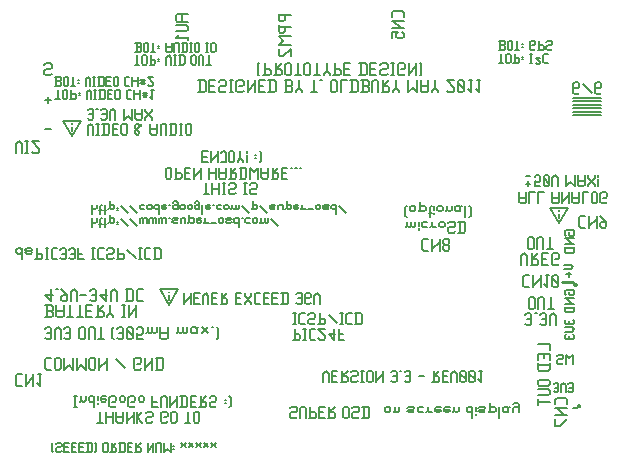
<source format=gbr>
G04 start of page 8 for group -4078 idx -4078 *
G04 Title: (unknown), bottomsilk *
G04 Creator: pcb 1.99z *
G04 CreationDate: Mon 30 May 2011 18:01:59 GMT UTC *
G04 For: thomas *
G04 Format: Gerber/RS-274X *
G04 PCB-Dimensions: 206299 151574 *
G04 PCB-Coordinate-Origin: lower left *
%MOIN*%
%FSLAX25Y25*%
%LNBOTTOMSILK*%
%ADD20C,0.0060*%
%ADD21C,0.0085*%
%ADD69C,0.0059*%
G54D20*X21000Y112774D02*X24000Y107574D01*
X27000Y112774D02*X24000Y107574D01*
Y109374D02*Y110774D01*
Y111774D02*Y111974D01*
X21000Y112774D02*X27000D01*
X53400Y56574D02*X56400Y51374D01*
Y53174D02*Y54574D01*
Y55574D02*Y55774D01*
X59400Y56574D02*X56400Y51374D01*
X53400Y56574D02*X59400D01*
X183200Y83774D02*X186200Y78574D01*
X189200Y83774D02*X186200Y78574D01*
Y80374D02*Y81774D01*
Y82774D02*Y82974D01*
X183200Y83774D02*X189200D01*
X190945Y120472D02*X200394D01*
X190945Y119291D02*X200394D01*
X190850Y118110D02*X200299D01*
X190850Y116929D02*X200299D01*
X190850Y115748D02*X200299D01*
X190850Y114567D02*X200299D01*
G54D21*X187402Y59054D02*X190748D01*
X191929Y57873D01*
X191339D01*
Y57874D01*
X191929Y58464D01*
Y57873D01*
G54D20*X190945Y17125D02*X192322D01*
X193110Y17913D01*
X192520D01*
Y17912D01*
X193110Y17322D01*
Y17519D01*
Y17322D02*Y17913D01*
G54D69*X179149Y38384D02*X183149D01*
Y36384D02*Y38384D01*
X181149Y33683D02*Y35183D01*
X183149Y33183D02*Y35183D01*
X179149D02*X183149D01*
X179149Y33183D02*Y35183D01*
Y31482D02*X183149D01*
X179149Y29982D02*X179649Y29482D01*
X182649D01*
X183149Y29982D02*X182649Y29482D01*
X183149Y29982D02*Y31982D01*
X179149Y29982D02*Y31982D01*
X179649Y26481D02*X182649D01*
X179649D02*X179149Y25981D01*
Y24981D02*Y25981D01*
Y24981D02*X179649Y24481D01*
X182649D01*
X183149Y24981D02*X182649Y24481D01*
X183149Y24981D02*Y25981D01*
X182649Y26481D02*X183149Y25981D01*
X179149Y23280D02*X182649D01*
X183149Y22780D01*
Y21780D02*Y22780D01*
Y21780D02*X182649Y21280D01*
X179149D02*X182649D01*
X179149Y18079D02*Y20079D01*
Y19079D02*X183149D01*
X184449Y22611D02*X184834Y22226D01*
X185604D01*
X185989Y22611D01*
Y24921D01*
X185604Y25306D02*X185989Y24921D01*
X184834Y25306D02*X185604D01*
X184449Y24921D02*X184834Y25306D01*
Y23766D02*X185989D01*
X186913Y22226D02*Y24536D01*
X187683Y25306D01*
X188453Y24536D01*
Y22226D02*Y24536D01*
X189378Y22611D02*X189763Y22226D01*
X190533D01*
X190918Y22611D01*
Y24921D01*
X190533Y25306D02*X190918Y24921D01*
X189763Y25306D02*X190533D01*
X189378Y24921D02*X189763Y25306D01*
Y23766D02*X190918D01*
X187170Y31674D02*X187555Y32059D01*
X186015Y31674D02*X187170D01*
X185630Y32059D02*X186015Y31674D01*
X185630Y32059D02*Y32829D01*
X186015Y33214D01*
X187170D01*
X187555Y33599D01*
Y34369D01*
X187170Y34754D02*X187555Y34369D01*
X186015Y34754D02*X187170D01*
X185630Y34369D02*X186015Y34754D01*
X188479Y31674D02*Y34754D01*
X189634Y33599D01*
X190789Y34754D01*
Y31674D02*Y34754D01*
X98440Y13694D02*X98900Y14154D01*
X97060Y13694D02*X98440D01*
X96600Y14154D02*X97060Y13694D01*
X96600Y14154D02*Y15074D01*
X97060Y15534D01*
X98440D01*
X98900Y15994D01*
Y16914D01*
X98440Y17374D02*X98900Y16914D01*
X97060Y17374D02*X98440D01*
X96600Y16914D02*X97060Y17374D01*
X100004Y13694D02*Y16914D01*
X100464Y17374D01*
X101384D01*
X101844Y16914D01*
Y13694D02*Y16914D01*
X103409Y13694D02*Y17374D01*
X102949Y13694D02*X104789D01*
X105249Y14154D01*
Y15074D01*
X104789Y15534D02*X105249Y15074D01*
X103409Y15534D02*X104789D01*
X106354D02*X107734D01*
X106354Y17374D02*X108194D01*
X106354Y13694D02*Y17374D01*
Y13694D02*X108194D01*
X109299D02*X111139D01*
X111599Y14154D01*
Y15074D01*
X111139Y15534D02*X111599Y15074D01*
X109759Y15534D02*X111139D01*
X109759Y13694D02*Y17374D01*
Y15534D02*X111599Y17374D01*
X114360Y14154D02*Y16914D01*
Y14154D02*X114820Y13694D01*
X115740D01*
X116200Y14154D01*
Y16914D01*
X115740Y17374D02*X116200Y16914D01*
X114820Y17374D02*X115740D01*
X114360Y16914D02*X114820Y17374D01*
X119145Y13694D02*X119605Y14154D01*
X117765Y13694D02*X119145D01*
X117305Y14154D02*X117765Y13694D01*
X117305Y14154D02*Y15074D01*
X117765Y15534D01*
X119145D01*
X119605Y15994D01*
Y16914D01*
X119145Y17374D02*X119605Y16914D01*
X117765Y17374D02*X119145D01*
X117305Y16914D02*X117765Y17374D01*
X121170Y13694D02*Y17374D01*
X122550Y13694D02*X123010Y14154D01*
Y16914D01*
X122550Y17374D02*X123010Y16914D01*
X120710Y17374D02*X122550D01*
X120710Y13694D02*X122550D01*
X128200Y15994D02*Y16914D01*
Y15994D02*X128660Y15534D01*
X129580D01*
X130040Y15994D01*
Y16914D01*
X129580Y17374D02*X130040Y16914D01*
X128660Y17374D02*X129580D01*
X128200Y16914D02*X128660Y17374D01*
X131604Y15994D02*Y17374D01*
Y15994D02*X132064Y15534D01*
X132524D01*
X132984Y15994D01*
Y17374D01*
X131144Y15534D02*X131604Y15994D01*
X136205Y17374D02*X137585D01*
X138045Y16914D01*
X137585Y16454D02*X138045Y16914D01*
X136205Y16454D02*X137585D01*
X135745Y15994D02*X136205Y16454D01*
X135745Y15994D02*X136205Y15534D01*
X137585D01*
X138045Y15994D01*
X135745Y16914D02*X136205Y17374D01*
X139610Y15534D02*X140990D01*
X139150Y15994D02*X139610Y15534D01*
X139150Y15994D02*Y16914D01*
X139610Y17374D01*
X140990D01*
X142555Y15994D02*Y17374D01*
Y15994D02*X143015Y15534D01*
X143935D01*
X142095D02*X142555Y15994D01*
X145500Y17374D02*X146880D01*
X145040Y16914D02*X145500Y17374D01*
X145040Y15994D02*Y16914D01*
Y15994D02*X145500Y15534D01*
X146420D01*
X146880Y15994D01*
X145040Y16454D02*X146880D01*
Y15994D02*Y16454D01*
X148445Y17374D02*X149825D01*
X147985Y16914D02*X148445Y17374D01*
X147985Y15994D02*Y16914D01*
Y15994D02*X148445Y15534D01*
X149365D01*
X149825Y15994D01*
X147985Y16454D02*X149825D01*
Y15994D02*Y16454D01*
X151390Y15994D02*Y17374D01*
Y15994D02*X151850Y15534D01*
X152310D01*
X152770Y15994D01*
Y17374D01*
X150930Y15534D02*X151390Y15994D01*
X157371Y13694D02*Y17374D01*
X156911D02*X157371Y16914D01*
X155991Y17374D02*X156911D01*
X155531Y16914D02*X155991Y17374D01*
X155531Y15994D02*Y16914D01*
Y15994D02*X155991Y15534D01*
X156911D01*
X157371Y15994D01*
X158476Y14614D02*Y15074D01*
Y15994D02*Y17374D01*
X159857D02*X161237D01*
X161697Y16914D01*
X161237Y16454D02*X161697Y16914D01*
X159857Y16454D02*X161237D01*
X159397Y15994D02*X159857Y16454D01*
X159397Y15994D02*X159857Y15534D01*
X161237D01*
X161697Y15994D01*
X159397Y16914D02*X159857Y17374D01*
X163262Y15994D02*Y18754D01*
X162802Y15534D02*X163262Y15994D01*
X163722Y15534D01*
X164642D01*
X165102Y15994D01*
Y16914D01*
X164642Y17374D02*X165102Y16914D01*
X163722Y17374D02*X164642D01*
X163262Y16914D02*X163722Y17374D01*
X166207Y13694D02*Y16914D01*
X166667Y17374D01*
X168967Y15534D02*X169427Y15994D01*
X168047Y15534D02*X168967D01*
X167587Y15994D02*X168047Y15534D01*
X167587Y15994D02*Y16914D01*
X168047Y17374D01*
X169427Y15534D02*Y16914D01*
X169887Y17374D01*
X168047D02*X168967D01*
X169427Y16914D01*
X170992Y15534D02*Y16914D01*
X171452Y17374D01*
X172832Y15534D02*Y18294D01*
X172372Y18754D02*X172832Y18294D01*
X171452Y18754D02*X172372D01*
X170992Y18294D02*X171452Y18754D01*
Y17374D02*X172372D01*
X172832Y16914D01*
X107600Y25694D02*Y28454D01*
X108520Y29374D01*
X109440Y28454D01*
Y25694D02*Y28454D01*
X110544Y27534D02*X111924D01*
X110544Y29374D02*X112384D01*
X110544Y25694D02*Y29374D01*
Y25694D02*X112384D01*
X113489D02*X115329D01*
X115789Y26154D01*
Y27074D01*
X115329Y27534D02*X115789Y27074D01*
X113949Y27534D02*X115329D01*
X113949Y25694D02*Y29374D01*
Y27534D02*X115789Y29374D01*
X118734Y25694D02*X119194Y26154D01*
X117354Y25694D02*X118734D01*
X116894Y26154D02*X117354Y25694D01*
X116894Y26154D02*Y27074D01*
X117354Y27534D01*
X118734D01*
X119194Y27994D01*
Y28914D01*
X118734Y29374D02*X119194Y28914D01*
X117354Y29374D02*X118734D01*
X116894Y28914D02*X117354Y29374D01*
X120299Y25694D02*X121219D01*
X120759D02*Y29374D01*
X120299D02*X121219D01*
X122324Y26154D02*Y28914D01*
Y26154D02*X122784Y25694D01*
X123704D01*
X124164Y26154D01*
Y28914D01*
X123704Y29374D02*X124164Y28914D01*
X122784Y29374D02*X123704D01*
X122324Y28914D02*X122784Y29374D01*
X125269Y25694D02*Y29374D01*
Y25694D02*Y26154D01*
X127569Y28454D01*
Y25694D02*Y29374D01*
X130330Y26154D02*X130790Y25694D01*
X131710D01*
X132170Y26154D01*
Y28914D01*
X131710Y29374D02*X132170Y28914D01*
X130790Y29374D02*X131710D01*
X130330Y28914D02*X130790Y29374D01*
Y27534D02*X132170D01*
X133275Y29374D02*X133735D01*
X134840Y26154D02*X135300Y25694D01*
X136220D01*
X136680Y26154D01*
Y28914D01*
X136220Y29374D02*X136680Y28914D01*
X135300Y29374D02*X136220D01*
X134840Y28914D02*X135300Y29374D01*
Y27534D02*X136680D01*
X139441D02*X141281D01*
X144042Y25694D02*X145882D01*
X146342Y26154D01*
Y27074D01*
X145882Y27534D02*X146342Y27074D01*
X144502Y27534D02*X145882D01*
X144502Y25694D02*Y29374D01*
Y27534D02*X146342Y29374D01*
X147447Y27534D02*X148827D01*
X147447Y29374D02*X149287D01*
X147447Y25694D02*Y29374D01*
Y25694D02*X149287D01*
X150391D02*Y28454D01*
X151311Y29374D01*
X152231Y28454D01*
Y25694D02*Y28454D01*
X153336Y28914D02*X153796Y29374D01*
X153336Y26154D02*Y28914D01*
Y26154D02*X153796Y25694D01*
X154716D01*
X155176Y26154D01*
Y28914D01*
X154716Y29374D02*X155176Y28914D01*
X153796Y29374D02*X154716D01*
X153336Y28454D02*X155176Y26614D01*
X156281Y28914D02*X156741Y29374D01*
X156281Y26154D02*Y28914D01*
Y26154D02*X156741Y25694D01*
X157661D01*
X158121Y26154D01*
Y28914D01*
X157661Y29374D02*X158121Y28914D01*
X156741Y29374D02*X157661D01*
X156281Y28454D02*X158121Y26614D01*
X159686Y29374D02*X160606D01*
X160146Y25694D02*Y29374D01*
X159226Y26614D02*X160146Y25694D01*
X188171Y54956D02*X188556Y54571D01*
X188171Y54956D02*Y56111D01*
X188556Y56496D02*X188171Y56111D01*
X188556Y56496D02*X190866D01*
X191251Y56111D01*
Y54956D02*Y56111D01*
Y54956D02*X190866Y54571D01*
X190096D02*X190866D01*
X189711Y54956D02*X190096Y54571D01*
X189711Y54956D02*Y55726D01*
X188171Y53647D02*X191251D01*
X188171D02*X188556D01*
X190481Y51722D01*
X188171D02*X191251D01*
X188171Y50412D02*X191251D01*
X188171Y49257D02*X188556Y48872D01*
X190866D01*
X191251Y49257D02*X190866Y48872D01*
X191251Y49257D02*Y50797D01*
X188171Y49257D02*Y50797D01*
X188554Y46456D02*X188169Y46071D01*
Y45301D02*Y46071D01*
Y45301D02*X188554Y44916D01*
X190864D01*
X191249Y45301D02*X190864Y44916D01*
X191249Y45301D02*Y46071D01*
X190864Y46456D02*X191249Y46071D01*
X189709Y44916D02*Y46071D01*
X188169Y43992D02*X190479D01*
X191249Y43222D01*
X190479Y42452D01*
X188169D02*X190479D01*
X188554Y41527D02*X188169Y41142D01*
Y40372D02*Y41142D01*
Y40372D02*X188554Y39987D01*
X190864D01*
X191249Y40372D02*X190864Y39987D01*
X191249Y40372D02*Y41142D01*
X190864Y41527D02*X191249Y41142D01*
X189709Y39987D02*Y41142D01*
X175085Y45031D02*X175585Y44531D01*
X176585D01*
X177085Y45031D01*
Y48031D01*
X176585Y48531D02*X177085Y48031D01*
X175585Y48531D02*X176585D01*
X175085Y48031D02*X175585Y48531D01*
Y46531D02*X177085D01*
X178286Y48531D02*X178786D01*
X179987Y45031D02*X180487Y44531D01*
X181487D01*
X181987Y45031D01*
Y48031D01*
X181487Y48531D02*X181987Y48031D01*
X180487Y48531D02*X181487D01*
X179987Y48031D02*X180487Y48531D01*
Y46531D02*X181987D01*
X183188Y44531D02*Y47531D01*
X184188Y48531D01*
X185188Y47531D01*
Y44531D02*Y47531D01*
X176209Y50494D02*Y53494D01*
Y50494D02*X176709Y49994D01*
X177709D01*
X178209Y50494D01*
Y53494D01*
X177709Y53994D02*X178209Y53494D01*
X176709Y53994D02*X177709D01*
X176209Y53494D02*X176709Y53994D01*
X179410Y49994D02*Y53494D01*
X179910Y53994D01*
X180910D01*
X181410Y53494D01*
Y49994D02*Y53494D01*
X182611Y49994D02*X184611D01*
X183611D02*Y53994D01*
X98146Y39810D02*Y43490D01*
X97686Y39810D02*X99526D01*
X99986Y40270D01*
Y41190D01*
X99526Y41650D02*X99986Y41190D01*
X98146Y41650D02*X99526D01*
X101090Y39810D02*X102010D01*
X101550D02*Y43490D01*
X101090D02*X102010D01*
X103575D02*X104955D01*
X103115Y43030D02*X103575Y43490D01*
X103115Y40270D02*Y43030D01*
Y40270D02*X103575Y39810D01*
X104955D01*
X106060Y40270D02*X106520Y39810D01*
X107900D01*
X108360Y40270D01*
Y41190D01*
X106060Y43490D02*X108360Y41190D01*
X106060Y43490D02*X108360D01*
X109465Y41650D02*X111305Y39810D01*
X109465Y41650D02*X111765D01*
X111305Y39810D02*Y43490D01*
X112870Y39810D02*Y43490D01*
Y39810D02*X114710D01*
X112870Y41650D02*X114250D01*
X97688Y44928D02*X98608D01*
X98148D02*Y48608D01*
X97688D02*X98608D01*
X100172D02*X101552D01*
X99712Y48148D02*X100172Y48608D01*
X99712Y45388D02*Y48148D01*
Y45388D02*X100172Y44928D01*
X101552D01*
X104497D02*X104957Y45388D01*
X103117Y44928D02*X104497D01*
X102657Y45388D02*X103117Y44928D01*
X102657Y45388D02*Y46308D01*
X103117Y46768D01*
X104497D01*
X104957Y47228D01*
Y48148D01*
X104497Y48608D02*X104957Y48148D01*
X103117Y48608D02*X104497D01*
X102657Y48148D02*X103117Y48608D01*
X106522Y44928D02*Y48608D01*
X106062Y44928D02*X107902D01*
X108362Y45388D01*
Y46308D01*
X107902Y46768D02*X108362Y46308D01*
X106522Y46768D02*X107902D01*
X109467Y48148D02*X112227Y45388D01*
X113332Y44928D02*X114252D01*
X113792D02*Y48608D01*
X113332D02*X114252D01*
X115817D02*X117197D01*
X115357Y48148D02*X115817Y48608D01*
X115357Y45388D02*Y48148D01*
Y45388D02*X115817Y44928D01*
X117197D01*
X118762D02*Y48608D01*
X120142Y44928D02*X120602Y45388D01*
Y48148D01*
X120142Y48608D02*X120602Y48148D01*
X118302Y48608D02*X120142D01*
X118302Y44928D02*X120142D01*
X14961Y110086D02*X16961D01*
X14961Y119731D02*X16961D01*
X15961Y118731D02*Y120731D01*
X16764Y127967D02*X17264Y128467D01*
X15264Y127967D02*X16764D01*
X14764Y128467D02*X15264Y127967D01*
X14764Y128467D02*Y129467D01*
X15264Y129967D01*
X16764D01*
X17264Y130467D01*
Y131467D01*
X16764Y131967D02*X17264Y131467D01*
X15264Y131967D02*X16764D01*
X14764Y131467D02*X15264Y131967D01*
X29103Y108118D02*Y110878D01*
X30023Y111798D01*
X30943Y110878D01*
Y108118D02*Y110878D01*
X32047Y108118D02*X32967D01*
X32507D02*Y111798D01*
X32047D02*X32967D01*
X34532Y108118D02*Y111798D01*
X35912Y108118D02*X36372Y108578D01*
Y111338D01*
X35912Y111798D02*X36372Y111338D01*
X34072Y111798D02*X35912D01*
X34072Y108118D02*X35912D01*
X37477Y109958D02*X38857D01*
X37477Y111798D02*X39317D01*
X37477Y108118D02*Y111798D01*
Y108118D02*X39317D01*
X40422Y108578D02*Y111338D01*
Y108578D02*X40882Y108118D01*
X41802D01*
X42262Y108578D01*
Y111338D01*
X41802Y111798D02*X42262Y111338D01*
X40882Y111798D02*X41802D01*
X40422Y111338D02*X40882Y111798D01*
X45023Y111338D02*X45483Y111798D01*
X45023Y108578D02*Y109498D01*
Y108578D02*X45483Y108118D01*
X45023Y110418D02*X46403Y109038D01*
X45483Y111798D02*X45943D01*
X46863Y110878D01*
X45023Y109498D02*X47323Y111798D01*
X45483Y108118D02*X45943D01*
X46403Y108578D01*
Y109038D01*
X45023Y110418D02*Y111338D01*
X50084Y108578D02*Y111798D01*
Y108578D02*X50544Y108118D01*
X51924D01*
X52384Y108578D01*
Y111798D01*
X50084Y109958D02*X52384D01*
X53489Y108118D02*Y111338D01*
X53949Y111798D01*
X54869D01*
X55329Y111338D01*
Y108118D02*Y111338D01*
X56894Y108118D02*Y111798D01*
X58274Y108118D02*X58734Y108578D01*
Y111338D01*
X58274Y111798D02*X58734Y111338D01*
X56434Y111798D02*X58274D01*
X56434Y108118D02*X58274D01*
X59839D02*X60759D01*
X60299D02*Y111798D01*
X59839D02*X60759D01*
X61864Y108578D02*Y111338D01*
Y108578D02*X62324Y108118D01*
X63244D01*
X63704Y108578D01*
Y111338D01*
X63244Y111798D02*X63704Y111338D01*
X62324Y111798D02*X63244D01*
X61864Y111338D02*X62324Y111798D01*
X44882Y131478D02*X46422D01*
X45652D02*Y134558D01*
X47346Y131863D02*Y134173D01*
Y131863D02*X47731Y131478D01*
X48501D01*
X48886Y131863D01*
Y134173D01*
X48501Y134558D02*X48886Y134173D01*
X47731Y134558D02*X48501D01*
X47346Y134173D02*X47731Y134558D01*
X50196Y131478D02*Y134558D01*
X49811Y131478D02*X51351D01*
X51736Y131863D01*
Y132633D01*
X51351Y133018D02*X51736Y132633D01*
X50196Y133018D02*X51351D01*
X52661Y132633D02*X53046D01*
X52661Y133403D02*X53046D01*
X55357Y131478D02*Y133788D01*
X56127Y134558D01*
X56897Y133788D01*
Y131478D02*Y133788D01*
X57821Y131478D02*X58591D01*
X58206D02*Y134558D01*
X57821D02*X58591D01*
X59901Y131478D02*Y134558D01*
X61056Y131478D02*X61441Y131863D01*
Y134173D01*
X61056Y134558D02*X61441Y134173D01*
X59516Y134558D02*X61056D01*
X59516Y131478D02*X61056D01*
X63752Y131863D02*Y134173D01*
Y131863D02*X64137Y131478D01*
X64907D01*
X65292Y131863D01*
Y134173D01*
X64907Y134558D02*X65292Y134173D01*
X64137Y134558D02*X64907D01*
X63752Y134173D02*X64137Y134558D01*
X66217Y131478D02*Y134173D01*
X66602Y134558D01*
X67372D01*
X67757Y134173D01*
Y131478D02*Y134173D01*
X68681Y131478D02*X70221D01*
X69451D02*Y134558D01*
X45077Y138788D02*X46577D01*
X46952Y138413D01*
Y137663D02*Y138413D01*
X46577Y137288D02*X46952Y137663D01*
X45452Y137288D02*X46577D01*
X45452Y135788D02*Y138788D01*
X45077Y135788D02*X46577D01*
X46952Y136163D01*
Y136913D01*
X46577Y137288D02*X46952Y136913D01*
X47852Y136163D02*Y138413D01*
Y136163D02*X48227Y135788D01*
X48977D01*
X49352Y136163D01*
Y138413D01*
X48977Y138788D02*X49352Y138413D01*
X48227Y138788D02*X48977D01*
X47852Y138413D02*X48227Y138788D01*
X50253Y135788D02*X51753D01*
X51003D02*Y138788D01*
X52654Y136913D02*X53029D01*
X52654Y137663D02*X53029D01*
X55280Y136163D02*Y138788D01*
Y136163D02*X55655Y135788D01*
X56780D01*
X57155Y136163D01*
Y138788D01*
X55280Y137288D02*X57155D01*
X58055Y135788D02*Y138413D01*
X58430Y138788D01*
X59180D01*
X59555Y138413D01*
Y135788D02*Y138413D01*
X60831Y135788D02*Y138788D01*
X61956Y135788D02*X62331Y136163D01*
Y138413D01*
X61956Y138788D02*X62331Y138413D01*
X60456Y138788D02*X61956D01*
X60456Y135788D02*X61956D01*
X63232D02*X63982D01*
X63607D02*Y138788D01*
X63232D02*X63982D01*
X64883Y136163D02*Y138413D01*
Y136163D02*X65258Y135788D01*
X66008D01*
X66383Y136163D01*
Y138413D01*
X66008Y138788D02*X66383Y138413D01*
X65258Y138788D02*X66008D01*
X64883Y138413D02*X65258Y138788D01*
X68633Y135788D02*X69383D01*
X69008D02*Y138788D01*
X68633D02*X69383D01*
X70284Y136163D02*Y138413D01*
Y136163D02*X70659Y135788D01*
X71409D01*
X71784Y136163D01*
Y138413D01*
X71409Y138788D02*X71784Y138413D01*
X70659Y138788D02*X71409D01*
X70284Y138413D02*X70659Y138788D01*
X29103Y113578D02*X29563Y113118D01*
X30483D01*
X30943Y113578D01*
Y116338D01*
X30483Y116798D02*X30943Y116338D01*
X29563Y116798D02*X30483D01*
X29103Y116338D02*X29563Y116798D01*
Y114958D02*X30943D01*
X32047Y116798D02*X32507D01*
X33612Y113578D02*X34072Y113118D01*
X34992D01*
X35452Y113578D01*
Y116338D01*
X34992Y116798D02*X35452Y116338D01*
X34072Y116798D02*X34992D01*
X33612Y116338D02*X34072Y116798D01*
Y114958D02*X35452D01*
X36557Y113118D02*Y115878D01*
X37477Y116798D01*
X38397Y115878D01*
Y113118D02*Y115878D01*
X41158Y113118D02*Y116798D01*
Y113118D02*X42538Y114498D01*
X43918Y113118D01*
Y116798D01*
X45023Y113578D02*Y116798D01*
Y113578D02*X45483Y113118D01*
X46863D01*
X47323Y113578D01*
Y116798D01*
X45023Y114958D02*X47323D01*
X48428Y113118D02*Y113578D01*
X50728Y115878D01*
Y116798D01*
X48428Y115878D02*Y116798D01*
Y115878D02*X50728Y113578D01*
Y113118D02*Y113578D01*
X18378Y120069D02*X19918D01*
X19148D02*Y123149D01*
X20842Y120454D02*Y122764D01*
Y120454D02*X21227Y120069D01*
X21997D01*
X22382Y120454D01*
Y122764D01*
X21997Y123149D02*X22382Y122764D01*
X21227Y123149D02*X21997D01*
X20842Y122764D02*X21227Y123149D01*
X23692Y120069D02*Y123149D01*
X23307Y120069D02*X24847D01*
X25232Y120454D01*
Y121224D01*
X24847Y121609D02*X25232Y121224D01*
X23692Y121609D02*X24847D01*
X26157Y121224D02*X26542D01*
X26157Y121994D02*X26542D01*
X28853Y120069D02*Y122379D01*
X29623Y123149D01*
X30393Y122379D01*
Y120069D02*Y122379D01*
X31317Y120069D02*X32087D01*
X31702D02*Y123149D01*
X31317D02*X32087D01*
X33397Y120069D02*Y123149D01*
X34552Y120069D02*X34937Y120454D01*
Y122764D01*
X34552Y123149D02*X34937Y122764D01*
X33012Y123149D02*X34552D01*
X33012Y120069D02*X34552D01*
X35862Y121609D02*X37017D01*
X35862Y123149D02*X37402D01*
X35862Y120069D02*Y123149D01*
Y120069D02*X37402D01*
X38327Y120454D02*Y122764D01*
Y120454D02*X38712Y120069D01*
X39482D01*
X39867Y120454D01*
Y122764D01*
X39482Y123149D02*X39867Y122764D01*
X38712Y123149D02*X39482D01*
X38327Y122764D02*X38712Y123149D01*
X42562D02*X43717D01*
X42177Y122764D02*X42562Y123149D01*
X42177Y120454D02*Y122764D01*
Y120454D02*X42562Y120069D01*
X43717D01*
X44642D02*Y123149D01*
X46567Y120069D02*Y123149D01*
X44642Y121609D02*X46567D01*
X47492Y121994D02*X49032D01*
X47492Y121224D02*X49032D01*
X48647Y120839D02*Y122379D01*
X47877Y120839D02*Y122379D01*
X50342Y123149D02*X51112D01*
X50727Y120069D02*Y123149D01*
X49957Y120839D02*X50727Y120069D01*
X18376Y127379D02*X19876D01*
X20251Y127004D01*
Y126254D02*Y127004D01*
X19876Y125879D02*X20251Y126254D01*
X18751Y125879D02*X19876D01*
X18751Y124379D02*Y127379D01*
X18376Y124379D02*X19876D01*
X20251Y124754D01*
Y125504D01*
X19876Y125879D02*X20251Y125504D01*
X21151Y124754D02*Y127004D01*
Y124754D02*X21526Y124379D01*
X22276D01*
X22651Y124754D01*
Y127004D01*
X22276Y127379D02*X22651Y127004D01*
X21526Y127379D02*X22276D01*
X21151Y127004D02*X21526Y127379D01*
X23552Y124379D02*X25052D01*
X24302D02*Y127379D01*
X25953Y125504D02*X26328D01*
X25953Y126254D02*X26328D01*
X28579Y124379D02*Y126629D01*
X29329Y127379D01*
X30079Y126629D01*
Y124379D02*Y126629D01*
X30979Y124379D02*X31729D01*
X31354D02*Y127379D01*
X30979D02*X31729D01*
X33005Y124379D02*Y127379D01*
X34130Y124379D02*X34505Y124754D01*
Y127004D01*
X34130Y127379D02*X34505Y127004D01*
X32630Y127379D02*X34130D01*
X32630Y124379D02*X34130D01*
X35406Y125879D02*X36531D01*
X35406Y127379D02*X36906D01*
X35406Y124379D02*Y127379D01*
Y124379D02*X36906D01*
X37807Y124754D02*Y127004D01*
Y124754D02*X38182Y124379D01*
X38932D01*
X39307Y124754D01*
Y127004D01*
X38932Y127379D02*X39307Y127004D01*
X38182Y127379D02*X38932D01*
X37807Y127004D02*X38182Y127379D01*
X41932D02*X43057D01*
X41557Y127004D02*X41932Y127379D01*
X41557Y124754D02*Y127004D01*
Y124754D02*X41932Y124379D01*
X43057D01*
X43958D02*Y127379D01*
X45833Y124379D02*Y127379D01*
X43958Y125879D02*X45833D01*
X46734Y126254D02*X48234D01*
X46734Y125504D02*X48234D01*
X47859Y125129D02*Y126629D01*
X47109Y125129D02*Y126629D01*
X49135Y124754D02*X49510Y124379D01*
X50635D01*
X51010Y124754D01*
Y125504D01*
X49135Y127379D02*X51010Y125504D01*
X49135Y127379D02*X51010D01*
X66444Y122260D02*Y126260D01*
X67944Y122260D02*X68444Y122760D01*
Y125760D01*
X67944Y126260D02*X68444Y125760D01*
X65944Y126260D02*X67944D01*
X65944Y122260D02*X67944D01*
X69645Y124260D02*X71145D01*
X69645Y126260D02*X71645D01*
X69645Y122260D02*Y126260D01*
Y122260D02*X71645D01*
X74846D02*X75346Y122760D01*
X73346Y122260D02*X74846D01*
X72846Y122760D02*X73346Y122260D01*
X72846Y122760D02*Y123760D01*
X73346Y124260D01*
X74846D01*
X75346Y124760D01*
Y125760D01*
X74846Y126260D02*X75346Y125760D01*
X73346Y126260D02*X74846D01*
X72846Y125760D02*X73346Y126260D01*
X76547Y122260D02*X77547D01*
X77047D02*Y126260D01*
X76547D02*X77547D01*
X80748Y122260D02*X81248Y122760D01*
X79248Y122260D02*X80748D01*
X78748Y122760D02*X79248Y122260D01*
X78748Y122760D02*Y125760D01*
X79248Y126260D01*
X80748D01*
X81248Y125760D01*
Y124760D02*Y125760D01*
X80748Y124260D02*X81248Y124760D01*
X79748Y124260D02*X80748D01*
X82449Y122260D02*Y126260D01*
Y122260D02*Y122760D01*
X84949Y125260D01*
Y122260D02*Y126260D01*
X86150Y124260D02*X87650D01*
X86150Y126260D02*X88150D01*
X86150Y122260D02*Y126260D01*
Y122260D02*X88150D01*
X89851D02*Y126260D01*
X91351Y122260D02*X91851Y122760D01*
Y125760D01*
X91351Y126260D02*X91851Y125760D01*
X89351Y126260D02*X91351D01*
X89351Y122260D02*X91351D01*
X94852Y126260D02*X96852D01*
X97352Y125760D01*
Y124760D02*Y125760D01*
X96852Y124260D02*X97352Y124760D01*
X95352Y124260D02*X96852D01*
X95352Y122260D02*Y126260D01*
X94852Y122260D02*X96852D01*
X97352Y122760D01*
Y123760D01*
X96852Y124260D02*X97352Y123760D01*
X98553Y122260D02*Y122760D01*
X99553Y123760D01*
X100553Y122760D01*
Y122260D02*Y122760D01*
X99553Y123760D02*Y126260D01*
X103554Y122260D02*X105554D01*
X104554D02*Y126260D01*
X106755D02*X107255D01*
X110256Y122760D02*Y125760D01*
Y122760D02*X110756Y122260D01*
X111756D01*
X112256Y122760D01*
Y125760D01*
X111756Y126260D02*X112256Y125760D01*
X110756Y126260D02*X111756D01*
X110256Y125760D02*X110756Y126260D01*
X113457Y122260D02*Y126260D01*
X115457D01*
X117158Y122260D02*Y126260D01*
X118658Y122260D02*X119158Y122760D01*
Y125760D01*
X118658Y126260D02*X119158Y125760D01*
X116658Y126260D02*X118658D01*
X116658Y122260D02*X118658D01*
X120359Y126260D02*X122359D01*
X122859Y125760D01*
Y124760D02*Y125760D01*
X122359Y124260D02*X122859Y124760D01*
X120859Y124260D02*X122359D01*
X120859Y122260D02*Y126260D01*
X120359Y122260D02*X122359D01*
X122859Y122760D01*
Y123760D01*
X122359Y124260D02*X122859Y123760D01*
X124060Y122260D02*Y125760D01*
X124560Y126260D01*
X125560D01*
X126060Y125760D01*
Y122260D02*Y125760D01*
X127261Y122260D02*X129261D01*
X129761Y122760D01*
Y123760D01*
X129261Y124260D02*X129761Y123760D01*
X127761Y124260D02*X129261D01*
X127761Y122260D02*Y126260D01*
Y124260D02*X129761Y126260D01*
X130962Y122260D02*Y122760D01*
X131962Y123760D01*
X132962Y122760D01*
Y122260D02*Y122760D01*
X131962Y123760D02*Y126260D01*
X135963Y122260D02*Y126260D01*
Y122260D02*X137463Y123760D01*
X138963Y122260D01*
Y126260D01*
X140164Y122760D02*Y126260D01*
Y122760D02*X140664Y122260D01*
X142164D01*
X142664Y122760D01*
Y126260D01*
X140164Y124260D02*X142664D01*
X143865Y122260D02*Y122760D01*
X144865Y123760D01*
X145865Y122760D01*
Y122260D02*Y122760D01*
X144865Y123760D02*Y126260D01*
X148866Y122760D02*X149366Y122260D01*
X150866D01*
X151366Y122760D01*
Y123760D01*
X148866Y126260D02*X151366Y123760D01*
X148866Y126260D02*X151366D01*
X152567Y125760D02*X153067Y126260D01*
X152567Y122760D02*Y125760D01*
Y122760D02*X153067Y122260D01*
X154067D01*
X154567Y122760D01*
Y125760D01*
X154067Y126260D02*X154567Y125760D01*
X153067Y126260D02*X154067D01*
X152567Y125260D02*X154567Y123260D01*
X156268Y126260D02*X157268D01*
X156768Y122260D02*Y126260D01*
X155768Y123260D02*X156768Y122260D01*
X158969Y126260D02*X159969D01*
X159469Y122260D02*Y126260D01*
X158469Y123260D02*X159469Y122260D01*
X85903Y127983D02*X86403D01*
X85903D02*Y131983D01*
X86403D01*
X88104Y127983D02*Y131983D01*
X87604Y127983D02*X89604D01*
X90104Y128483D01*
Y129483D01*
X89604Y129983D02*X90104Y129483D01*
X88104Y129983D02*X89604D01*
X91305Y127983D02*X93305D01*
X93805Y128483D01*
Y129483D01*
X93305Y129983D02*X93805Y129483D01*
X91805Y129983D02*X93305D01*
X91805Y127983D02*Y131983D01*
Y129983D02*X93805Y131983D01*
X95006Y128483D02*Y131483D01*
Y128483D02*X95506Y127983D01*
X96506D01*
X97006Y128483D01*
Y131483D01*
X96506Y131983D02*X97006Y131483D01*
X95506Y131983D02*X96506D01*
X95006Y131483D02*X95506Y131983D01*
X98207Y127983D02*X100207D01*
X99207D02*Y131983D01*
X101408Y128483D02*Y131483D01*
Y128483D02*X101908Y127983D01*
X102908D01*
X103408Y128483D01*
Y131483D01*
X102908Y131983D02*X103408Y131483D01*
X101908Y131983D02*X102908D01*
X101408Y131483D02*X101908Y131983D01*
X104609Y127983D02*X106609D01*
X105609D02*Y131983D01*
X107810Y127983D02*Y128483D01*
X108810Y129483D01*
X109810Y128483D01*
Y127983D02*Y128483D01*
X108810Y129483D02*Y131983D01*
X111511Y127983D02*Y131983D01*
X111011Y127983D02*X113011D01*
X113511Y128483D01*
Y129483D01*
X113011Y129983D02*X113511Y129483D01*
X111511Y129983D02*X113011D01*
X114712D02*X116212D01*
X114712Y131983D02*X116712D01*
X114712Y127983D02*Y131983D01*
Y127983D02*X116712D01*
X120213D02*Y131983D01*
X121713Y127983D02*X122213Y128483D01*
Y131483D01*
X121713Y131983D02*X122213Y131483D01*
X119713Y131983D02*X121713D01*
X119713Y127983D02*X121713D01*
X123414Y129983D02*X124914D01*
X123414Y131983D02*X125414D01*
X123414Y127983D02*Y131983D01*
Y127983D02*X125414D01*
X128615D02*X129115Y128483D01*
X127115Y127983D02*X128615D01*
X126615Y128483D02*X127115Y127983D01*
X126615Y128483D02*Y129483D01*
X127115Y129983D01*
X128615D01*
X129115Y130483D01*
Y131483D01*
X128615Y131983D02*X129115Y131483D01*
X127115Y131983D02*X128615D01*
X126615Y131483D02*X127115Y131983D01*
X130316Y127983D02*X131316D01*
X130816D02*Y131983D01*
X130316D02*X131316D01*
X134517Y127983D02*X135017Y128483D01*
X133017Y127983D02*X134517D01*
X132517Y128483D02*X133017Y127983D01*
X132517Y128483D02*Y131483D01*
X133017Y131983D01*
X134517D01*
X135017Y131483D01*
Y130483D02*Y131483D01*
X134517Y129983D02*X135017Y130483D01*
X133517Y129983D02*X134517D01*
X136218Y127983D02*Y131983D01*
Y127983D02*Y128483D01*
X138718Y130983D01*
Y127983D02*Y131983D01*
X139919Y127983D02*X140419D01*
Y131983D01*
X139919D02*X140419D01*
X135000Y83914D02*X135460Y84374D01*
X135000Y81154D02*X135460Y80694D01*
X135000Y81154D02*Y83914D01*
X136564Y82994D02*Y83914D01*
Y82994D02*X137024Y82534D01*
X137944D01*
X138404Y82994D01*
Y83914D01*
X137944Y84374D02*X138404Y83914D01*
X137024Y84374D02*X137944D01*
X136564Y83914D02*X137024Y84374D01*
X139969Y82994D02*Y85754D01*
X139509Y82534D02*X139969Y82994D01*
X140429Y82534D01*
X141349D01*
X141809Y82994D01*
Y83914D01*
X141349Y84374D02*X141809Y83914D01*
X140429Y84374D02*X141349D01*
X139969Y83914D02*X140429Y84374D01*
X143374Y80694D02*Y83914D01*
X143834Y84374D01*
X142914Y82074D02*X143834D01*
X144755Y81614D02*Y82074D01*
Y82994D02*Y84374D01*
X145676Y82994D02*Y83914D01*
Y82994D02*X146136Y82534D01*
X147056D01*
X147516Y82994D01*
Y83914D01*
X147056Y84374D02*X147516Y83914D01*
X146136Y84374D02*X147056D01*
X145676Y83914D02*X146136Y84374D01*
X149081Y82994D02*Y84374D01*
Y82994D02*X149541Y82534D01*
X150001D01*
X150461Y82994D01*
Y84374D01*
X148621Y82534D02*X149081Y82994D01*
X152946Y82534D02*X153406Y82994D01*
X152026Y82534D02*X152946D01*
X151566Y82994D02*X152026Y82534D01*
X151566Y82994D02*Y83914D01*
X152026Y84374D01*
X153406Y82534D02*Y83914D01*
X153866Y84374D01*
X152026D02*X152946D01*
X153406Y83914D01*
X154971Y80694D02*Y83914D01*
X155431Y84374D01*
X156352Y80694D02*X156812Y81154D01*
Y83914D01*
X156352Y84374D02*X156812Y83914D01*
X173000Y85754D02*Y88974D01*
Y85754D02*X173460Y85294D01*
X174840D01*
X175300Y85754D01*
Y88974D01*
X173000Y87134D02*X175300D01*
X176404Y85294D02*Y88974D01*
X178244D01*
X179349Y85294D02*Y88974D01*
X181189D01*
X183950Y85754D02*Y88974D01*
Y85754D02*X184410Y85294D01*
X185790D01*
X186250Y85754D01*
Y88974D01*
X183950Y87134D02*X186250D01*
X187355Y85294D02*Y88974D01*
Y85294D02*Y85754D01*
X189655Y88054D01*
Y85294D02*Y88974D01*
X190760Y85754D02*Y88974D01*
Y85754D02*X191220Y85294D01*
X192600D01*
X193060Y85754D01*
Y88974D01*
X190760Y87134D02*X193060D01*
X194165Y85294D02*Y88974D01*
X196005D01*
X197110Y85754D02*Y88514D01*
Y85754D02*X197570Y85294D01*
X198490D01*
X198950Y85754D01*
Y88514D01*
X198490Y88974D02*X198950Y88514D01*
X197570Y88974D02*X198490D01*
X197110Y88514D02*X197570Y88974D01*
X201895Y85294D02*X202355Y85754D01*
X200515Y85294D02*X201895D01*
X200055Y85754D02*X200515Y85294D01*
X200055Y85754D02*Y88514D01*
X200515Y88974D01*
X201895D01*
X202355Y88514D01*
Y87594D02*Y88514D01*
X201895Y87134D02*X202355Y87594D01*
X200975Y87134D02*X201895D01*
X178200Y90894D02*X180040D01*
X178200D02*Y92734D01*
X178660Y92274D01*
X179580D01*
X180040Y92734D01*
Y94114D01*
X179580Y94574D02*X180040Y94114D01*
X178660Y94574D02*X179580D01*
X178200Y94114D02*X178660Y94574D01*
X181144Y94114D02*X181604Y94574D01*
X181144Y91354D02*Y94114D01*
Y91354D02*X181604Y90894D01*
X182524D01*
X182984Y91354D01*
Y94114D01*
X182524Y94574D02*X182984Y94114D01*
X181604Y94574D02*X182524D01*
X181144Y93654D02*X182984Y91814D01*
X184089Y90894D02*Y93654D01*
X185009Y94574D01*
X185929Y93654D01*
Y90894D02*Y93654D01*
X188690Y90894D02*Y94574D01*
Y90894D02*X190070Y92274D01*
X191450Y90894D01*
Y94574D01*
X192555Y91354D02*Y94574D01*
Y91354D02*X193015Y90894D01*
X194395D01*
X194855Y91354D01*
Y94574D01*
X192555Y92734D02*X194855D01*
X195960Y90894D02*Y91354D01*
X198260Y93654D01*
Y94574D01*
X195960Y93654D02*Y94574D01*
Y93654D02*X198260Y91354D01*
Y90894D02*Y91354D01*
X199365Y94114D02*Y94574D01*
Y90894D02*Y93194D01*
X175200Y94244D02*X176580D01*
X175200Y91844D02*X176580D01*
X175890Y91154D02*Y92534D01*
X192500Y121574D02*X193000Y122074D01*
X191500Y121574D02*X192500D01*
X191000Y122074D02*X191500Y121574D01*
X191000Y122074D02*Y125074D01*
X191500Y125574D01*
X192500Y123574D02*X193000Y124074D01*
X191000Y123574D02*X192500D01*
X191500Y125574D02*X192500D01*
X193000Y125074D01*
Y124074D02*Y125074D01*
X194201D02*X197201Y122074D01*
X199902Y121574D02*X200402Y122074D01*
X198902Y121574D02*X199902D01*
X198402Y122074D02*X198902Y121574D01*
X198402Y122074D02*Y125074D01*
X198902Y125574D01*
X199902Y123574D02*X200402Y124074D01*
X198402Y123574D02*X199902D01*
X198902Y125574D02*X199902D01*
X200402Y125074D01*
Y124074D02*Y125074D01*
X188171Y74838D02*X188556Y74453D01*
X188171Y74838D02*Y75993D01*
X188556Y76378D02*X188171Y75993D01*
X188556Y76378D02*X190866D01*
X191251Y75993D01*
Y74838D02*Y75993D01*
Y74838D02*X190866Y74453D01*
X190096D02*X190866D01*
X189711Y74838D02*X190096Y74453D01*
X189711Y74838D02*Y75608D01*
X188171Y73529D02*X191251D01*
X188171D02*X188556D01*
X190481Y71604D01*
X188171D02*X191251D01*
X188171Y70294D02*X191251D01*
X188171Y69139D02*X188556Y68754D01*
X190866D01*
X191251Y69139D02*X190866Y68754D01*
X191251Y69139D02*Y70679D01*
X188171Y69139D02*Y70679D01*
X187973Y64763D02*X190283D01*
X191053Y63993D01*
X190283Y63223D01*
X187973D02*X190283D01*
X189513Y60759D02*Y62299D01*
X188743Y61529D02*X190283D01*
X173691Y64655D02*Y67655D01*
X174691Y68655D01*
X175691Y67655D01*
Y64655D02*Y67655D01*
X176892Y64655D02*X178892D01*
X179392Y65155D01*
Y66155D01*
X178892Y66655D02*X179392Y66155D01*
X177392Y66655D02*X178892D01*
X177392Y64655D02*Y68655D01*
Y66655D02*X179392Y68655D01*
X180593Y66655D02*X182093D01*
X180593Y68655D02*X182593D01*
X180593Y64655D02*Y68655D01*
Y64655D02*X182593D01*
X185794D02*X186294Y65155D01*
X184294Y64655D02*X185794D01*
X183794Y65155D02*X184294Y64655D01*
X183794Y65155D02*Y68155D01*
X184294Y68655D01*
X185794D01*
X186294Y68155D01*
Y67155D02*Y68155D01*
X185794Y66655D02*X186294Y67155D01*
X184794Y66655D02*X185794D01*
X175798Y70421D02*Y73421D01*
Y70421D02*X176298Y69921D01*
X177298D01*
X177798Y70421D01*
Y73421D01*
X177298Y73921D02*X177798Y73421D01*
X176298Y73921D02*X177298D01*
X175798Y73421D02*X176298Y73921D01*
X178999Y69921D02*Y73421D01*
X179499Y73921D01*
X180499D01*
X180999Y73421D01*
Y69921D02*Y73421D01*
X182200Y69921D02*X184200D01*
X183200D02*Y73921D01*
X166142Y132069D02*X167682D01*
X166912D02*Y135149D01*
X168606Y132454D02*Y134764D01*
Y132454D02*X168991Y132069D01*
X169761D01*
X170146Y132454D01*
Y134764D01*
X169761Y135149D02*X170146Y134764D01*
X168991Y135149D02*X169761D01*
X168606Y134764D02*X168991Y135149D01*
X171456Y132069D02*Y135149D01*
X171071Y132069D02*X172611D01*
X172996Y132454D01*
Y133224D01*
X172611Y133609D02*X172996Y133224D01*
X171456Y133609D02*X172611D01*
X173921Y133224D02*X174306D01*
X173921Y133994D02*X174306D01*
X176617Y132069D02*X177387D01*
X177002D02*Y135149D01*
X176617D02*X177387D01*
X181468D02*X182623D01*
X181083Y134764D02*X181468Y135149D01*
X181083Y132454D02*Y134764D01*
Y132454D02*X181468Y132069D01*
X182623D01*
X178543Y131912D02*X178813Y131642D01*
X179623D01*
X179893Y131912D01*
Y132452D01*
X178543Y133802D02*X179893Y132452D01*
X178543Y133802D02*X179893D01*
X166337Y139379D02*X167837D01*
X168212Y139004D01*
Y138254D02*Y139004D01*
X167837Y137879D02*X168212Y138254D01*
X166712Y137879D02*X167837D01*
X166712Y136379D02*Y139379D01*
X166337Y136379D02*X167837D01*
X168212Y136754D01*
Y137504D01*
X167837Y137879D02*X168212Y137504D01*
X169112Y136754D02*Y139004D01*
Y136754D02*X169487Y136379D01*
X170237D01*
X170612Y136754D01*
Y139004D01*
X170237Y139379D02*X170612Y139004D01*
X169487Y139379D02*X170237D01*
X169112Y139004D02*X169487Y139379D01*
X171513Y136379D02*X173013D01*
X172263D02*Y139379D01*
X173914Y137504D02*X174289D01*
X173914Y138254D02*X174289D01*
X178040Y136379D02*X178415Y136754D01*
X176915Y136379D02*X178040D01*
X176540Y136754D02*X176915Y136379D01*
X176540Y136754D02*Y139004D01*
X176915Y139379D01*
X178040D01*
X178415Y139004D01*
Y138254D02*Y139004D01*
X178040Y137879D02*X178415Y138254D01*
X177290Y137879D02*X178040D01*
X179690Y136379D02*Y139379D01*
X179315Y136379D02*X180815D01*
X181190Y136754D01*
Y137504D01*
X180815Y137879D02*X181190Y137504D01*
X179690Y137879D02*X180815D01*
X183591Y136379D02*X183966Y136754D01*
X182466Y136379D02*X183591D01*
X182091Y136754D02*X182466Y136379D01*
X182091Y136754D02*Y137504D01*
X182466Y137879D01*
X183591D01*
X183966Y138254D01*
Y139004D01*
X183591Y139379D02*X183966Y139004D01*
X182466Y139379D02*X183591D01*
X182091Y139004D02*X182466Y139379D01*
X135660Y77794D02*Y79174D01*
Y77794D02*X136120Y77334D01*
X136580D01*
X137040Y77794D01*
Y79174D01*
Y77794D02*X137500Y77334D01*
X137960D01*
X138420Y77794D01*
Y79174D01*
X135200Y77334D02*X135660Y77794D01*
X139524Y76414D02*Y76874D01*
Y77794D02*Y79174D01*
X140905Y77334D02*X142285D01*
X140445Y77794D02*X140905Y77334D01*
X140445Y77794D02*Y78714D01*
X140905Y79174D01*
X142285D01*
X143850Y77794D02*Y79174D01*
Y77794D02*X144310Y77334D01*
X145230D01*
X143390D02*X143850Y77794D01*
X146335D02*Y78714D01*
Y77794D02*X146795Y77334D01*
X147715D01*
X148175Y77794D01*
Y78714D01*
X147715Y79174D02*X148175Y78714D01*
X146795Y79174D02*X147715D01*
X146335Y78714D02*X146795Y79174D01*
X151120Y75494D02*X151580Y75954D01*
X149740Y75494D02*X151120D01*
X149280Y75954D02*X149740Y75494D01*
X149280Y75954D02*Y76874D01*
X149740Y77334D01*
X151120D01*
X151580Y77794D01*
Y78714D01*
X151120Y79174D02*X151580Y78714D01*
X149740Y79174D02*X151120D01*
X149280Y78714D02*X149740Y79174D01*
X153145Y75494D02*Y79174D01*
X154525Y75494D02*X154985Y75954D01*
Y78714D01*
X154525Y79174D02*X154985Y78714D01*
X152685Y79174D02*X154525D01*
X152685Y75494D02*X154525D01*
X55200Y93954D02*Y96714D01*
Y93954D02*X55660Y93494D01*
X56580D01*
X57040Y93954D01*
Y96714D01*
X56580Y97174D02*X57040Y96714D01*
X55660Y97174D02*X56580D01*
X55200Y96714D02*X55660Y97174D01*
X58604Y93494D02*Y97174D01*
X58144Y93494D02*X59984D01*
X60444Y93954D01*
Y94874D01*
X59984Y95334D02*X60444Y94874D01*
X58604Y95334D02*X59984D01*
X61549D02*X62929D01*
X61549Y97174D02*X63389D01*
X61549Y93494D02*Y97174D01*
Y93494D02*X63389D01*
X64494D02*Y97174D01*
Y93494D02*Y93954D01*
X66794Y96254D01*
Y93494D02*Y97174D01*
X69555Y93494D02*Y97174D01*
X71855Y93494D02*Y97174D01*
X69555Y95334D02*X71855D01*
X72960Y93954D02*Y97174D01*
Y93954D02*X73420Y93494D01*
X74800D01*
X75260Y93954D01*
Y97174D01*
X72960Y95334D02*X75260D01*
X76365Y93494D02*X78205D01*
X78665Y93954D01*
Y94874D01*
X78205Y95334D02*X78665Y94874D01*
X76825Y95334D02*X78205D01*
X76825Y93494D02*Y97174D01*
Y95334D02*X78665Y97174D01*
X80230Y93494D02*Y97174D01*
X81610Y93494D02*X82070Y93954D01*
Y96714D01*
X81610Y97174D02*X82070Y96714D01*
X79770Y97174D02*X81610D01*
X79770Y93494D02*X81610D01*
X83175D02*Y97174D01*
X84555Y95794D01*
X85935Y97174D01*
Y93494D02*Y97174D01*
X87040Y93954D02*Y97174D01*
Y93954D02*X87500Y93494D01*
X88880D01*
X89340Y93954D01*
Y97174D01*
X87040Y95334D02*X89340D01*
X90445Y93494D02*X92285D01*
X92745Y93954D01*
Y94874D01*
X92285Y95334D02*X92745Y94874D01*
X90905Y95334D02*X92285D01*
X90905Y93494D02*Y97174D01*
Y95334D02*X92745Y97174D01*
X93850Y95334D02*X95230D01*
X93850Y97174D02*X95690D01*
X93850Y93494D02*Y97174D01*
Y93494D02*X95690D01*
X96795Y97174D02*X97255D01*
X98359D02*X98819D01*
X99924D02*X100384D01*
X67400Y100734D02*X68780D01*
X67400Y102574D02*X69240D01*
X67400Y98894D02*Y102574D01*
Y98894D02*X69240D01*
X70344D02*Y102574D01*
Y98894D02*Y99354D01*
X72644Y101654D01*
Y98894D02*Y102574D01*
X73749Y98894D02*X75129D01*
Y102114D01*
X74669Y102574D02*X75129Y102114D01*
X74209Y102574D02*X74669D01*
X73749Y102114D02*X74209Y102574D01*
X76234Y99354D02*Y102114D01*
Y99354D02*X76694Y98894D01*
X77614D01*
X78074Y99354D01*
Y102114D01*
X77614Y102574D02*X78074Y102114D01*
X76694Y102574D02*X77614D01*
X76234Y102114D02*X76694Y102574D01*
X79179Y98894D02*Y99354D01*
X80099Y100274D01*
X81019Y99354D01*
Y98894D02*Y99354D01*
X80099Y100274D02*Y102574D01*
X82124Y102114D02*Y102574D01*
Y98894D02*Y101194D01*
X84885Y100274D02*X85345D01*
X84885Y101194D02*X85345D01*
X86450Y98894D02*X86910Y99354D01*
Y102114D01*
X86450Y102574D02*X86910Y102114D01*
X67800Y88294D02*X69640D01*
X68720D02*Y91974D01*
X70744Y88294D02*Y91974D01*
X73044Y88294D02*Y91974D01*
X70744Y90134D02*X73044D01*
X74149Y88294D02*X75069D01*
X74609D02*Y91974D01*
X74149D02*X75069D01*
X78014Y88294D02*X78474Y88754D01*
X76634Y88294D02*X78014D01*
X76174Y88754D02*X76634Y88294D01*
X76174Y88754D02*Y89674D01*
X76634Y90134D01*
X78014D01*
X78474Y90594D01*
Y91514D01*
X78014Y91974D02*X78474Y91514D01*
X76634Y91974D02*X78014D01*
X76174Y91514D02*X76634Y91974D01*
X81235Y88294D02*X82155D01*
X81695D02*Y91974D01*
X81235D02*X82155D01*
X85100Y88294D02*X85560Y88754D01*
X83720Y88294D02*X85100D01*
X83260Y88754D02*X83720Y88294D01*
X83260Y88754D02*Y89674D01*
X83720Y90134D01*
X85100D01*
X85560Y90594D01*
Y91514D01*
X85100Y91974D02*X85560Y91514D01*
X83720Y91974D02*X85100D01*
X83260Y91514D02*X83720Y91974D01*
X17200Y5039D02*X17585Y5424D01*
X17200Y2729D02*X17585Y2344D01*
X17200Y2729D02*Y5039D01*
X20049Y2344D02*X20434Y2729D01*
X18894Y2344D02*X20049D01*
X18509Y2729D02*X18894Y2344D01*
X18509Y2729D02*Y3499D01*
X18894Y3884D01*
X20049D01*
X20434Y4269D01*
Y5039D01*
X20049Y5424D02*X20434Y5039D01*
X18894Y5424D02*X20049D01*
X18509Y5039D02*X18894Y5424D01*
X21359Y3884D02*X22514D01*
X21359Y5424D02*X22899D01*
X21359Y2344D02*Y5424D01*
Y2344D02*X22899D01*
X23824Y3884D02*X24979D01*
X23824Y5424D02*X25364D01*
X23824Y2344D02*Y5424D01*
Y2344D02*X25364D01*
X26289Y3884D02*X27444D01*
X26289Y5424D02*X27829D01*
X26289Y2344D02*Y5424D01*
Y2344D02*X27829D01*
X29138D02*Y5424D01*
X30293Y2344D02*X30678Y2729D01*
Y5039D01*
X30293Y5424D02*X30678Y5039D01*
X28753Y5424D02*X30293D01*
X28753Y2344D02*X30293D01*
X31603D02*X31988Y2729D01*
Y5039D01*
X31603Y5424D02*X31988Y5039D01*
X34299Y2729D02*Y5039D01*
Y2729D02*X34684Y2344D01*
X35454D01*
X35839Y2729D01*
Y5039D01*
X35454Y5424D02*X35839Y5039D01*
X34684Y5424D02*X35454D01*
X34299Y5039D02*X34684Y5424D01*
X36764Y2344D02*X38304D01*
X38689Y2729D01*
Y3499D01*
X38304Y3884D02*X38689Y3499D01*
X37149Y3884D02*X38304D01*
X37149Y2344D02*Y5424D01*
Y3884D02*X38689Y5424D01*
X39998Y2344D02*Y5424D01*
X41153Y2344D02*X41538Y2729D01*
Y5039D01*
X41153Y5424D02*X41538Y5039D01*
X39613Y5424D02*X41153D01*
X39613Y2344D02*X41153D01*
X42463Y3884D02*X43618D01*
X42463Y5424D02*X44003D01*
X42463Y2344D02*Y5424D01*
Y2344D02*X44003D01*
X44928D02*X46468D01*
X46853Y2729D01*
Y3499D01*
X46468Y3884D02*X46853Y3499D01*
X45313Y3884D02*X46468D01*
X45313Y2344D02*Y5424D01*
Y3884D02*X46853Y5424D01*
X49164Y2344D02*Y5424D01*
Y2344D02*Y2729D01*
X51089Y4654D01*
Y2344D02*Y5424D01*
X52014Y2344D02*Y5039D01*
X52399Y5424D01*
X53169D01*
X53554Y5039D01*
Y2344D02*Y5039D01*
X54478Y2344D02*Y5424D01*
Y2344D02*X55633Y3499D01*
X56788Y2344D01*
Y5424D01*
X57713Y3499D02*X58098D01*
X57713Y4269D02*X58098D01*
X60409Y3884D02*X61949Y5424D01*
X60409D02*X61949Y3884D01*
X62874D02*X64414Y5424D01*
X62874D02*X64414Y3884D01*
X65338D02*X66878Y5424D01*
X65338D02*X66878Y3884D01*
X67803D02*X69343Y5424D01*
X67803D02*X69343Y3884D01*
X70268D02*X71808Y5424D01*
X70268D02*X71808Y3884D01*
X32400Y12094D02*X34240D01*
X33320D02*Y15774D01*
X35344Y12094D02*Y15774D01*
X37644Y12094D02*Y15774D01*
X35344Y13934D02*X37644D01*
X38749Y12554D02*Y15774D01*
Y12554D02*X39209Y12094D01*
X40589D01*
X41049Y12554D01*
Y15774D01*
X38749Y13934D02*X41049D01*
X42154Y12094D02*Y15774D01*
Y12094D02*Y12554D01*
X44454Y14854D01*
Y12094D02*Y15774D01*
X45559Y12094D02*Y15774D01*
Y13934D02*X47399Y12094D01*
X45559Y13934D02*X47399Y15774D01*
X50344Y12094D02*X50804Y12554D01*
X48964Y12094D02*X50344D01*
X48504Y12554D02*X48964Y12094D01*
X48504Y12554D02*Y13474D01*
X48964Y13934D01*
X50344D01*
X50804Y14394D01*
Y15314D01*
X50344Y15774D02*X50804Y15314D01*
X48964Y15774D02*X50344D01*
X48504Y15314D02*X48964Y15774D01*
X55405Y12094D02*X55865Y12554D01*
X54025Y12094D02*X55405D01*
X53565Y12554D02*X54025Y12094D01*
X53565Y12554D02*Y15314D01*
X54025Y15774D01*
X55405D01*
X55865Y15314D01*
Y14394D02*Y15314D01*
X55405Y13934D02*X55865Y14394D01*
X54485Y13934D02*X55405D01*
X56970Y12554D02*Y15314D01*
Y12554D02*X57430Y12094D01*
X58350D01*
X58810Y12554D01*
Y15314D01*
X58350Y15774D02*X58810Y15314D01*
X57430Y15774D02*X58350D01*
X56970Y15314D02*X57430Y15774D01*
X61571Y12094D02*X63411D01*
X62491D02*Y15774D01*
X64516Y12554D02*Y15314D01*
Y12554D02*X64976Y12094D01*
X65896D01*
X66356Y12554D01*
Y15314D01*
X65896Y15774D02*X66356Y15314D01*
X64976Y15774D02*X65896D01*
X64516Y15314D02*X64976Y15774D01*
X24600Y17294D02*X25520D01*
X25060D02*Y20974D01*
X24600D02*X25520D01*
X27084Y19594D02*Y20974D01*
Y19594D02*X27544Y19134D01*
X28004D01*
X28464Y19594D01*
Y20974D01*
X26624Y19134D02*X27084Y19594D01*
X31409Y17294D02*Y20974D01*
X30949D02*X31409Y20514D01*
X30029Y20974D02*X30949D01*
X29569Y20514D02*X30029Y20974D01*
X29569Y19594D02*Y20514D01*
Y19594D02*X30029Y19134D01*
X30949D01*
X31409Y19594D01*
X32514Y18214D02*Y18674D01*
Y19594D02*Y20974D01*
X33895D02*X35275D01*
X33435Y20514D02*X33895Y20974D01*
X33435Y19594D02*Y20514D01*
Y19594D02*X33895Y19134D01*
X34815D01*
X35275Y19594D01*
X33435Y20054D02*X35275D01*
Y19594D02*Y20054D01*
X38220Y17294D02*X38680Y17754D01*
X36840Y17294D02*X38220D01*
X36380Y17754D02*X36840Y17294D01*
X36380Y17754D02*Y20514D01*
X36840Y20974D01*
X38220D01*
X38680Y20514D01*
Y19594D02*Y20514D01*
X38220Y19134D02*X38680Y19594D01*
X37300Y19134D02*X38220D01*
X39785Y19594D02*Y20514D01*
Y19594D02*X40245Y19134D01*
X41165D01*
X41625Y19594D01*
Y20514D01*
X41165Y20974D02*X41625Y20514D01*
X40245Y20974D02*X41165D01*
X39785Y20514D02*X40245Y20974D01*
X44570Y17294D02*X45030Y17754D01*
X43190Y17294D02*X44570D01*
X42730Y17754D02*X43190Y17294D01*
X42730Y17754D02*Y20514D01*
X43190Y20974D01*
X44570D01*
X45030Y20514D01*
Y19594D02*Y20514D01*
X44570Y19134D02*X45030Y19594D01*
X43650Y19134D02*X44570D01*
X46135Y19594D02*Y20514D01*
Y19594D02*X46595Y19134D01*
X47515D01*
X47975Y19594D01*
Y20514D01*
X47515Y20974D02*X47975Y20514D01*
X46595Y20974D02*X47515D01*
X46135Y20514D02*X46595Y20974D01*
X50736Y17294D02*Y20974D01*
Y17294D02*X52576D01*
X50736Y19134D02*X52116D01*
X53681Y17294D02*Y20514D01*
X54141Y20974D01*
X55061D01*
X55521Y20514D01*
Y17294D02*Y20514D01*
X56626Y17294D02*Y20974D01*
Y17294D02*Y17754D01*
X58926Y20054D01*
Y17294D02*Y20974D01*
X60491Y17294D02*Y20974D01*
X61871Y17294D02*X62331Y17754D01*
Y20514D01*
X61871Y20974D02*X62331Y20514D01*
X60031Y20974D02*X61871D01*
X60031Y17294D02*X61871D01*
X63435Y19134D02*X64815D01*
X63435Y20974D02*X65275D01*
X63435Y17294D02*Y20974D01*
Y17294D02*X65275D01*
X66380D02*X68220D01*
X68680Y17754D01*
Y18674D01*
X68220Y19134D02*X68680Y18674D01*
X66840Y19134D02*X68220D01*
X66840Y17294D02*Y20974D01*
Y19134D02*X68680Y20974D01*
X71625Y17294D02*X72085Y17754D01*
X70245Y17294D02*X71625D01*
X69785Y17754D02*X70245Y17294D01*
X69785Y17754D02*Y18674D01*
X70245Y19134D01*
X71625D01*
X72085Y19594D01*
Y20514D01*
X71625Y20974D02*X72085Y20514D01*
X70245Y20974D02*X71625D01*
X69785Y20514D02*X70245Y20974D01*
X74846Y18674D02*X75306D01*
X74846Y19594D02*X75306D01*
X76411Y17294D02*X76871Y17754D01*
Y20514D01*
X76411Y20974D02*X76871Y20514D01*
X37341Y43492D02*X37841Y43992D01*
X37341Y40492D02*X37841Y39992D01*
X37341Y40492D02*Y43492D01*
X39042Y40492D02*X39542Y39992D01*
X40542D01*
X41042Y40492D01*
Y43492D01*
X40542Y43992D02*X41042Y43492D01*
X39542Y43992D02*X40542D01*
X39042Y43492D02*X39542Y43992D01*
Y41992D02*X41042D01*
X42243Y43492D02*X42743Y43992D01*
X42243Y40492D02*Y43492D01*
Y40492D02*X42743Y39992D01*
X43743D01*
X44243Y40492D01*
Y43492D01*
X43743Y43992D02*X44243Y43492D01*
X42743Y43992D02*X43743D01*
X42243Y42992D02*X44243Y40992D01*
X45444Y39992D02*X47444D01*
X45444D02*Y41992D01*
X45944Y41492D01*
X46944D01*
X47444Y41992D01*
Y43492D01*
X46944Y43992D02*X47444Y43492D01*
X45944Y43992D02*X46944D01*
X45444Y43492D02*X45944Y43992D01*
X49145Y42492D02*Y43992D01*
Y42492D02*X49645Y41992D01*
X50145D01*
X50645Y42492D01*
Y43992D01*
Y42492D02*X51145Y41992D01*
X51645D01*
X52145Y42492D01*
Y43992D01*
X48645Y41992D02*X49145Y42492D01*
X53346Y40492D02*Y43992D01*
Y40492D02*X53846Y39992D01*
X55346D01*
X55846Y40492D01*
Y43992D01*
X53346Y41992D02*X55846D01*
X59347Y42492D02*Y43992D01*
Y42492D02*X59847Y41992D01*
X60347D01*
X60847Y42492D01*
Y43992D01*
Y42492D02*X61347Y41992D01*
X61847D01*
X62347Y42492D01*
Y43992D01*
X58847Y41992D02*X59347Y42492D01*
X65048Y41992D02*X65548Y42492D01*
X64048Y41992D02*X65048D01*
X63548Y42492D02*X64048Y41992D01*
X63548Y42492D02*Y43492D01*
X64048Y43992D01*
X65548Y41992D02*Y43492D01*
X66048Y43992D01*
X64048D02*X65048D01*
X65548Y43492D01*
X67249Y41992D02*X69249Y43992D01*
X67249D02*X69249Y41992D01*
X70450Y43992D02*X70950D01*
X72151Y39992D02*X72651Y40492D01*
Y43492D01*
X72151Y43992D02*X72651Y43492D01*
X7205Y66582D02*Y70262D01*
X6745D02*X7205Y69802D01*
X5825Y70262D02*X6745D01*
X5365Y69802D02*X5825Y70262D01*
X5365Y68882D02*Y69802D01*
Y68882D02*X5825Y68422D01*
X6745D01*
X7205Y68882D01*
X8769Y70262D02*X10149D01*
X10609Y69802D01*
X10149Y69342D02*X10609Y69802D01*
X8769Y69342D02*X10149D01*
X8309Y68882D02*X8769Y69342D01*
X8309Y68882D02*X8769Y68422D01*
X10149D01*
X10609Y68882D01*
X8309Y69802D02*X8769Y70262D01*
X12174Y66582D02*Y70262D01*
X11714Y66582D02*X13554D01*
X14014Y67042D01*
Y67962D01*
X13554Y68422D02*X14014Y67962D01*
X12174Y68422D02*X13554D01*
X15119Y66582D02*X16039D01*
X15579D02*Y70262D01*
X15119D02*X16039D01*
X17604D02*X18984D01*
X17144Y69802D02*X17604Y70262D01*
X17144Y67042D02*Y69802D01*
Y67042D02*X17604Y66582D01*
X18984D01*
X20089Y67042D02*X20549Y66582D01*
X21469D01*
X21929Y67042D01*
Y69802D01*
X21469Y70262D02*X21929Y69802D01*
X20549Y70262D02*X21469D01*
X20089Y69802D02*X20549Y70262D01*
Y68422D02*X21929D01*
X23034Y67042D02*X23494Y66582D01*
X24414D01*
X24874Y67042D01*
Y69802D01*
X24414Y70262D02*X24874Y69802D01*
X23494Y70262D02*X24414D01*
X23034Y69802D02*X23494Y70262D01*
Y68422D02*X24874D01*
X25979Y66582D02*Y70262D01*
Y66582D02*X27819D01*
X25979Y68422D02*X27359D01*
X30580Y66582D02*X31500D01*
X31040D02*Y70262D01*
X30580D02*X31500D01*
X33065D02*X34445D01*
X32605Y69802D02*X33065Y70262D01*
X32605Y67042D02*Y69802D01*
Y67042D02*X33065Y66582D01*
X34445D01*
X37390D02*X37850Y67042D01*
X36010Y66582D02*X37390D01*
X35550Y67042D02*X36010Y66582D01*
X35550Y67042D02*Y67962D01*
X36010Y68422D01*
X37390D01*
X37850Y68882D01*
Y69802D01*
X37390Y70262D02*X37850Y69802D01*
X36010Y70262D02*X37390D01*
X35550Y69802D02*X36010Y70262D01*
X39415Y66582D02*Y70262D01*
X38955Y66582D02*X40795D01*
X41255Y67042D01*
Y67962D01*
X40795Y68422D02*X41255Y67962D01*
X39415Y68422D02*X40795D01*
X42360Y69802D02*X45120Y67042D01*
X46224Y66582D02*X47144D01*
X46684D02*Y70262D01*
X46224D02*X47144D01*
X48709D02*X50089D01*
X48249Y69802D02*X48709Y70262D01*
X48249Y67042D02*Y69802D01*
Y67042D02*X48709Y66582D01*
X50089D01*
X51654D02*Y70262D01*
X53034Y66582D02*X53494Y67042D01*
Y69802D01*
X53034Y70262D02*X53494Y69802D01*
X51194Y70262D02*X53034D01*
X51194Y66582D02*X53034D01*
X14960Y40475D02*X15460Y39975D01*
X16460D01*
X16960Y40475D01*
Y43475D01*
X16460Y43975D02*X16960Y43475D01*
X15460Y43975D02*X16460D01*
X14960Y43475D02*X15460Y43975D01*
Y41975D02*X16960D01*
X18161Y39975D02*Y42975D01*
X19161Y43975D01*
X20161Y42975D01*
Y39975D02*Y42975D01*
X21362Y40475D02*X21862Y39975D01*
X22862D01*
X23362Y40475D01*
Y43475D01*
X22862Y43975D02*X23362Y43475D01*
X21862Y43975D02*X22862D01*
X21362Y43475D02*X21862Y43975D01*
Y41975D02*X23362D01*
X26363Y40475D02*Y43475D01*
Y40475D02*X26863Y39975D01*
X27863D01*
X28363Y40475D01*
Y43475D01*
X27863Y43975D02*X28363Y43475D01*
X26863Y43975D02*X27863D01*
X26363Y43475D02*X26863Y43975D01*
X29564Y39975D02*Y43475D01*
X30064Y43975D01*
X31064D01*
X31564Y43475D01*
Y39975D02*Y43475D01*
X32765Y39975D02*X34765D01*
X33765D02*Y43975D01*
X14961Y51259D02*X16961D01*
X17461Y50759D01*
Y49759D02*Y50759D01*
X16961Y49259D02*X17461Y49759D01*
X15461Y49259D02*X16961D01*
X15461Y47259D02*Y51259D01*
X14961Y47259D02*X16961D01*
X17461Y47759D01*
Y48759D01*
X16961Y49259D02*X17461Y48759D01*
X18662Y47759D02*Y51259D01*
Y47759D02*X19162Y47259D01*
X20662D01*
X21162Y47759D01*
Y51259D01*
X18662Y49259D02*X21162D01*
X22363Y47259D02*X24363D01*
X23363D02*Y51259D01*
X25564Y47259D02*X27564D01*
X26564D02*Y51259D01*
X28765Y49259D02*X30265D01*
X28765Y51259D02*X30765D01*
X28765Y47259D02*Y51259D01*
Y47259D02*X30765D01*
X31966D02*X33966D01*
X34466Y47759D01*
Y48759D01*
X33966Y49259D02*X34466Y48759D01*
X32466Y49259D02*X33966D01*
X32466Y47259D02*Y51259D01*
Y49259D02*X34466Y51259D01*
X35667Y47259D02*Y47759D01*
X36667Y48759D01*
X37667Y47759D01*
Y47259D02*Y47759D01*
X36667Y48759D02*Y51259D01*
X40668Y47259D02*X41668D01*
X41168D02*Y51259D01*
X40668D02*X41668D01*
X42869Y47259D02*Y51259D01*
Y47259D02*Y47759D01*
X45369Y50259D01*
Y47259D02*Y51259D01*
X14961Y54574D02*X16961Y52574D01*
X14961Y54574D02*X17461D01*
X16961Y52574D02*Y56574D01*
X18662D02*X19162D01*
X20363D02*X22363Y54574D01*
Y53074D02*Y54574D01*
X21863Y52574D02*X22363Y53074D01*
X20863Y52574D02*X21863D01*
X20363Y53074D02*X20863Y52574D01*
X20363Y53074D02*Y54074D01*
X20863Y54574D01*
X22363D01*
X23564Y52574D02*Y55574D01*
X24564Y56574D01*
X25564Y55574D01*
Y52574D02*Y55574D01*
X26765Y54574D02*X28765D01*
X29966Y53074D02*X30466Y52574D01*
X31466D01*
X31966Y53074D01*
Y56074D01*
X31466Y56574D02*X31966Y56074D01*
X30466Y56574D02*X31466D01*
X29966Y56074D02*X30466Y56574D01*
Y54574D02*X31966D01*
X33167D02*X35167Y52574D01*
X33167Y54574D02*X35667D01*
X35167Y52574D02*Y56574D01*
X36868Y52574D02*Y55574D01*
X37868Y56574D01*
X38868Y55574D01*
Y52574D02*Y55574D01*
X42369Y52574D02*Y56574D01*
X43869Y52574D02*X44369Y53074D01*
Y56074D01*
X43869Y56574D02*X44369Y56074D01*
X41869Y56574D02*X43869D01*
X41869Y52574D02*X43869D01*
X46070Y56574D02*X47570D01*
X45570Y56074D02*X46070Y56574D01*
X45570Y53074D02*Y56074D01*
Y53074D02*X46070Y52574D01*
X47570D01*
X15460Y33739D02*X16960D01*
X14960Y33239D02*X15460Y33739D01*
X14960Y30239D02*Y33239D01*
Y30239D02*X15460Y29739D01*
X16960D01*
X18161Y30239D02*Y33239D01*
Y30239D02*X18661Y29739D01*
X19661D01*
X20161Y30239D01*
Y33239D01*
X19661Y33739D02*X20161Y33239D01*
X18661Y33739D02*X19661D01*
X18161Y33239D02*X18661Y33739D01*
X21362Y29739D02*Y33739D01*
Y29739D02*X22862Y31239D01*
X24362Y29739D01*
Y33739D01*
X25563Y29739D02*Y33739D01*
Y29739D02*X27063Y31239D01*
X28563Y29739D01*
Y33739D01*
X29764Y30239D02*Y33239D01*
Y30239D02*X30264Y29739D01*
X31264D01*
X31764Y30239D01*
Y33239D01*
X31264Y33739D02*X31764Y33239D01*
X30264Y33739D02*X31264D01*
X29764Y33239D02*X30264Y33739D01*
X32965Y29739D02*Y33739D01*
Y29739D02*Y30239D01*
X35465Y32739D01*
Y29739D02*Y33739D01*
X38466Y33239D02*X41466Y30239D01*
X46467Y29739D02*X46967Y30239D01*
X44967Y29739D02*X46467D01*
X44467Y30239D02*X44967Y29739D01*
X44467Y30239D02*Y33239D01*
X44967Y33739D01*
X46467D01*
X46967Y33239D01*
Y32239D02*Y33239D01*
X46467Y31739D02*X46967Y32239D01*
X45467Y31739D02*X46467D01*
X48168Y29739D02*Y33739D01*
Y29739D02*Y30239D01*
X50668Y32739D01*
Y29739D02*Y33739D01*
X52369Y29739D02*Y33739D01*
X53869Y29739D02*X54369Y30239D01*
Y33239D01*
X53869Y33739D02*X54369Y33239D01*
X51869Y33739D02*X53869D01*
X51869Y29739D02*X53869D01*
X61200Y51694D02*Y55374D01*
Y51694D02*Y52154D01*
X63500Y54454D01*
Y51694D02*Y55374D01*
X64604Y53534D02*X65984D01*
X64604Y55374D02*X66444D01*
X64604Y51694D02*Y55374D01*
Y51694D02*X66444D01*
X67549D02*Y54454D01*
X68469Y55374D01*
X69389Y54454D01*
Y51694D02*Y54454D01*
X70494Y53534D02*X71874D01*
X70494Y55374D02*X72334D01*
X70494Y51694D02*Y55374D01*
Y51694D02*X72334D01*
X73439D02*X75279D01*
X75739Y52154D01*
Y53074D01*
X75279Y53534D02*X75739Y53074D01*
X73899Y53534D02*X75279D01*
X73899Y51694D02*Y55374D01*
Y53534D02*X75739Y55374D01*
X78500Y53534D02*X79880D01*
X78500Y55374D02*X80340D01*
X78500Y51694D02*Y55374D01*
Y51694D02*X80340D01*
X81445D02*Y52154D01*
X83745Y54454D01*
Y55374D01*
X81445Y54454D02*Y55374D01*
Y54454D02*X83745Y52154D01*
Y51694D02*Y52154D01*
X85310Y55374D02*X86690D01*
X84850Y54914D02*X85310Y55374D01*
X84850Y52154D02*Y54914D01*
Y52154D02*X85310Y51694D01*
X86690D01*
X87795Y53534D02*X89175D01*
X87795Y55374D02*X89635D01*
X87795Y51694D02*Y55374D01*
Y51694D02*X89635D01*
X90740Y53534D02*X92120D01*
X90740Y55374D02*X92580D01*
X90740Y51694D02*Y55374D01*
Y51694D02*X92580D01*
X94145D02*Y55374D01*
X95525Y51694D02*X95985Y52154D01*
Y54914D01*
X95525Y55374D02*X95985Y54914D01*
X93685Y55374D02*X95525D01*
X93685Y51694D02*X95525D01*
X98746Y52154D02*X99206Y51694D01*
X100126D01*
X100586Y52154D01*
Y54914D01*
X100126Y55374D02*X100586Y54914D01*
X99206Y55374D02*X100126D01*
X98746Y54914D02*X99206Y55374D01*
Y53534D02*X100586D01*
X103071Y51694D02*X103531Y52154D01*
X102151Y51694D02*X103071D01*
X101691Y52154D02*X102151Y51694D01*
X101691Y52154D02*Y54914D01*
X102151Y55374D01*
X103071Y53534D02*X103531Y53994D01*
X101691Y53534D02*X103071D01*
X102151Y55374D02*X103071D01*
X103531Y54914D01*
Y53994D02*Y54914D01*
X104635Y51694D02*Y54454D01*
X105555Y55374D01*
X106475Y54454D01*
Y51694D02*Y54454D01*
X30594Y77286D02*Y80326D01*
Y79186D02*X30974Y78806D01*
X31734D01*
X32114Y79186D01*
Y80326D01*
X33406Y77286D02*Y79946D01*
X33786Y80326D01*
X33026Y78426D02*X33786D01*
X34927Y77286D02*Y79946D01*
X35307Y80326D01*
X34547Y78426D02*X35307D01*
X36448Y79186D02*Y81466D01*
X36068Y78806D02*X36448Y79186D01*
X36828Y78806D01*
X37588D01*
X37968Y79186D01*
Y79946D01*
X37588Y80326D02*X37968Y79946D01*
X36828Y80326D02*X37588D01*
X36448Y79946D02*X36828Y80326D01*
X38881Y78426D02*X39261D01*
X38881Y79186D02*X39261D01*
X40173Y79946D02*X42453Y77666D01*
X43366Y79946D02*X45646Y77666D01*
X46559Y78806D02*Y79946D01*
X46939Y80326D01*
X47319D01*
X47699Y79946D01*
Y78806D02*Y79946D01*
X48079Y80326D01*
X48459D01*
X48839Y79946D01*
Y78806D02*Y79946D01*
X49752Y78806D02*Y79946D01*
X50132Y80326D01*
X50512D01*
X50892Y79946D01*
Y78806D02*Y79946D01*
X51272Y80326D01*
X51652D01*
X52032Y79946D01*
Y78806D02*Y79946D01*
X52944Y78806D02*Y79946D01*
X53324Y80326D01*
X53704D01*
X54084Y79946D01*
Y78806D02*Y79946D01*
X54464Y80326D01*
X54844D01*
X55224Y79946D01*
Y78806D02*Y79946D01*
X56137Y80326D02*X56517D01*
X57810D02*X58950D01*
X59330Y79946D01*
X58950Y79566D02*X59330Y79946D01*
X57810Y79566D02*X58950D01*
X57430Y79186D02*X57810Y79566D01*
X57430Y79186D02*X57810Y78806D01*
X58950D01*
X59330Y79186D01*
X57430Y79946D02*X57810Y80326D01*
X60243Y78806D02*Y79946D01*
X60623Y80326D01*
X61383D01*
X61763Y79946D01*
Y78806D02*Y79946D01*
X63055Y79186D02*Y81466D01*
X62675Y78806D02*X63055Y79186D01*
X63435Y78806D01*
X64195D01*
X64575Y79186D01*
Y79946D01*
X64195Y80326D02*X64575Y79946D01*
X63435Y80326D02*X64195D01*
X63055Y79946D02*X63435Y80326D01*
X65868D02*X67008D01*
X65488Y79946D02*X65868Y80326D01*
X65488Y79186D02*Y79946D01*
Y79186D02*X65868Y78806D01*
X66628D01*
X67008Y79186D01*
X65488Y79566D02*X67008D01*
Y79186D02*Y79566D01*
X68301Y79186D02*Y80326D01*
Y79186D02*X68681Y78806D01*
X69441D01*
X67921D02*X68301Y79186D01*
X70354Y78806D02*X71874D01*
X72786Y79186D02*Y79946D01*
Y79186D02*X73166Y78806D01*
X73926D01*
X74306Y79186D01*
Y79946D01*
X73926Y80326D02*X74306Y79946D01*
X73166Y80326D02*X73926D01*
X72786Y79946D02*X73166Y80326D01*
X75599D02*X76739D01*
X77119Y79946D01*
X76739Y79566D02*X77119Y79946D01*
X75599Y79566D02*X76739D01*
X75219Y79186D02*X75599Y79566D01*
X75219Y79186D02*X75599Y78806D01*
X76739D01*
X77119Y79186D01*
X75219Y79946D02*X75599Y80326D01*
X79552Y77286D02*Y80326D01*
X79172D02*X79552Y79946D01*
X78412Y80326D02*X79172D01*
X78032Y79946D02*X78412Y80326D01*
X78032Y79186D02*Y79946D01*
Y79186D02*X78412Y78806D01*
X79172D01*
X79552Y79186D01*
X80465Y80326D02*X80845D01*
X82137Y78806D02*X83277D01*
X81757Y79186D02*X82137Y78806D01*
X81757Y79186D02*Y79946D01*
X82137Y80326D01*
X83277D01*
X84190Y79186D02*Y79946D01*
Y79186D02*X84570Y78806D01*
X85330D01*
X85710Y79186D01*
Y79946D01*
X85330Y80326D02*X85710Y79946D01*
X84570Y80326D02*X85330D01*
X84190Y79946D02*X84570Y80326D01*
X87003Y79186D02*Y80326D01*
Y79186D02*X87383Y78806D01*
X87763D01*
X88143Y79186D01*
Y80326D01*
Y79186D02*X88523Y78806D01*
X88903D01*
X89283Y79186D01*
Y80326D01*
X86623Y78806D02*X87003Y79186D01*
X90196Y79946D02*X92476Y77666D01*
X30597Y81726D02*Y84766D01*
Y83626D02*X30977Y83246D01*
X31737D01*
X32117Y83626D01*
Y84766D01*
X33409Y81726D02*Y84386D01*
X33789Y84766D01*
X33029Y82866D02*X33789D01*
X34930Y81726D02*Y84386D01*
X35310Y84766D01*
X34550Y82866D02*X35310D01*
X36451Y83626D02*Y85906D01*
X36071Y83246D02*X36451Y83626D01*
X36831Y83246D01*
X37591D01*
X37971Y83626D01*
Y84386D01*
X37591Y84766D02*X37971Y84386D01*
X36831Y84766D02*X37591D01*
X36451Y84386D02*X36831Y84766D01*
X38884Y82866D02*X39264D01*
X38884Y83626D02*X39264D01*
X40176Y84386D02*X42456Y82106D01*
X43369Y84386D02*X45649Y82106D01*
X46942Y83246D02*X48082D01*
X46562Y83626D02*X46942Y83246D01*
X46562Y83626D02*Y84386D01*
X46942Y84766D01*
X48082D01*
X48995Y83626D02*Y84386D01*
Y83626D02*X49375Y83246D01*
X50135D01*
X50515Y83626D01*
Y84386D01*
X50135Y84766D02*X50515Y84386D01*
X49375Y84766D02*X50135D01*
X48995Y84386D02*X49375Y84766D01*
X52947Y81726D02*Y84766D01*
X52567D02*X52947Y84386D01*
X51807Y84766D02*X52567D01*
X51427Y84386D02*X51807Y84766D01*
X51427Y83626D02*Y84386D01*
Y83626D02*X51807Y83246D01*
X52567D01*
X52947Y83626D01*
X54240Y84766D02*X55380D01*
X53860Y84386D02*X54240Y84766D01*
X53860Y83626D02*Y84386D01*
Y83626D02*X54240Y83246D01*
X55000D01*
X55380Y83626D01*
X53860Y84006D02*X55380D01*
Y83626D02*Y84006D01*
X56293Y84766D02*X56673D01*
X58726Y83246D02*X59106Y83626D01*
X57966Y83246D02*X58726D01*
X57586Y83626D02*X57966Y83246D01*
X57586Y83626D02*Y84386D01*
X57966Y84766D01*
X58726D01*
X59106Y84386D01*
X57586Y85526D02*X57966Y85906D01*
X58726D01*
X59106Y85526D01*
Y83246D02*Y85526D01*
X60018Y83626D02*Y84386D01*
Y83626D02*X60398Y83246D01*
X61158D01*
X61538Y83626D01*
Y84386D01*
X61158Y84766D02*X61538Y84386D01*
X60398Y84766D02*X61158D01*
X60018Y84386D02*X60398Y84766D01*
X62451Y83626D02*Y84386D01*
Y83626D02*X62831Y83246D01*
X63591D01*
X63971Y83626D01*
Y84386D01*
X63591Y84766D02*X63971Y84386D01*
X62831Y84766D02*X63591D01*
X62451Y84386D02*X62831Y84766D01*
X66024Y83246D02*X66404Y83626D01*
X65264Y83246D02*X66024D01*
X64884Y83626D02*X65264Y83246D01*
X64884Y83626D02*Y84386D01*
X65264Y84766D01*
X66024D01*
X66404Y84386D01*
X64884Y85526D02*X65264Y85906D01*
X66024D01*
X66404Y85526D01*
Y83246D02*Y85526D01*
X67317Y81726D02*Y84386D01*
X67697Y84766D01*
X68837D02*X69977D01*
X68457Y84386D02*X68837Y84766D01*
X68457Y83626D02*Y84386D01*
Y83626D02*X68837Y83246D01*
X69597D01*
X69977Y83626D01*
X68457Y84006D02*X69977D01*
Y83626D02*Y84006D01*
X70890Y84766D02*X71270D01*
X72563Y83246D02*X73703D01*
X72183Y83626D02*X72563Y83246D01*
X72183Y83626D02*Y84386D01*
X72563Y84766D01*
X73703D01*
X74616Y83626D02*Y84386D01*
Y83626D02*X74996Y83246D01*
X75756D01*
X76136Y83626D01*
Y84386D01*
X75756Y84766D02*X76136Y84386D01*
X74996Y84766D02*X75756D01*
X74616Y84386D02*X74996Y84766D01*
X77428Y83626D02*Y84766D01*
Y83626D02*X77808Y83246D01*
X78188D01*
X78568Y83626D01*
Y84766D01*
Y83626D02*X78948Y83246D01*
X79328D01*
X79708Y83626D01*
Y84766D01*
X77048Y83246D02*X77428Y83626D01*
X80621Y84386D02*X82901Y82106D01*
X84194Y83626D02*Y85906D01*
X83814Y83246D02*X84194Y83626D01*
X84574Y83246D01*
X85334D01*
X85714Y83626D01*
Y84386D01*
X85334Y84766D02*X85714Y84386D01*
X84574Y84766D02*X85334D01*
X84194Y84386D02*X84574Y84766D01*
X86627Y84386D02*X88907Y82106D01*
X90200Y84766D02*X91340D01*
X91720Y84386D01*
X91340Y84006D02*X91720Y84386D01*
X90200Y84006D02*X91340D01*
X89820Y83626D02*X90200Y84006D01*
X89820Y83626D02*X90200Y83246D01*
X91340D01*
X91720Y83626D01*
X89820Y84386D02*X90200Y84766D01*
X92632Y83246D02*Y84386D01*
X93012Y84766D01*
X93772D01*
X94152Y84386D01*
Y83246D02*Y84386D01*
X95445Y83626D02*Y85906D01*
X95065Y83246D02*X95445Y83626D01*
X95825Y83246D01*
X96585D01*
X96965Y83626D01*
Y84386D01*
X96585Y84766D02*X96965Y84386D01*
X95825Y84766D02*X96585D01*
X95445Y84386D02*X95825Y84766D01*
X98258D02*X99398D01*
X97878Y84386D02*X98258Y84766D01*
X97878Y83626D02*Y84386D01*
Y83626D02*X98258Y83246D01*
X99018D01*
X99398Y83626D01*
X97878Y84006D02*X99398D01*
Y83626D02*Y84006D01*
X100691Y83626D02*Y84766D01*
Y83626D02*X101071Y83246D01*
X101831D01*
X100311D02*X100691Y83626D01*
X102743Y83246D02*X104263D01*
X105176Y83626D02*Y84386D01*
Y83626D02*X105556Y83246D01*
X106316D01*
X106696Y83626D01*
Y84386D01*
X106316Y84766D02*X106696Y84386D01*
X105556Y84766D02*X106316D01*
X105176Y84386D02*X105556Y84766D01*
X107989D02*X109129D01*
X109509Y84386D01*
X109129Y84006D02*X109509Y84386D01*
X107989Y84006D02*X109129D01*
X107609Y83626D02*X107989Y84006D01*
X107609Y83626D02*X107989Y83246D01*
X109129D01*
X109509Y83626D01*
X107609Y84386D02*X107989Y84766D01*
X111942Y81726D02*Y84766D01*
X111562D02*X111942Y84386D01*
X110802Y84766D02*X111562D01*
X110422Y84386D02*X110802Y84766D01*
X110422Y83626D02*Y84386D01*
Y83626D02*X110802Y83246D01*
X111562D01*
X111942Y83626D01*
X112854Y84386D02*X115134Y82106D01*
X5752Y28312D02*X7252D01*
X5252Y27812D02*X5752Y28312D01*
X5252Y24812D02*Y27812D01*
Y24812D02*X5752Y24312D01*
X7252D01*
X8453D02*Y28312D01*
Y24312D02*Y24812D01*
X10953Y27312D01*
Y24312D02*Y28312D01*
X12654D02*X13654D01*
X13154Y24312D02*Y28312D01*
X12154Y25312D02*X13154Y24312D01*
X5175Y101897D02*Y104897D01*
X6175Y105897D01*
X7175Y104897D01*
Y101897D02*Y104897D01*
X8376Y101897D02*X9376D01*
X8876D02*Y105897D01*
X8376D02*X9376D01*
X10577Y102397D02*X11077Y101897D01*
X12577D01*
X13077Y102397D01*
Y103397D01*
X10577Y105897D02*X13077Y103397D01*
X10577Y105897D02*X13077D01*
X141247Y73497D02*X142747D01*
X140747Y72997D02*X141247Y73497D01*
X140747Y69997D02*Y72997D01*
Y69997D02*X141247Y69497D01*
X142747D01*
X143948D02*Y73497D01*
Y69497D02*Y69997D01*
X146448Y72497D01*
Y69497D02*Y73497D01*
X147649Y72997D02*X148149Y73497D01*
X147649Y71997D02*Y72997D01*
Y71997D02*X148149Y71497D01*
X149149D01*
X149649Y71997D01*
Y72997D01*
X149149Y73497D02*X149649Y72997D01*
X148149Y73497D02*X149149D01*
X147649Y70997D02*X148149Y71497D01*
X147649Y69997D02*Y70997D01*
Y69997D02*X148149Y69497D01*
X149149D01*
X149649Y69997D01*
Y70997D01*
X149149Y71497D02*X149649Y70997D01*
X58965Y148237D02*X62465D01*
X58965D02*X58465Y147737D01*
Y146237D02*Y147737D01*
Y146237D02*X58965Y145737D01*
X62465D01*
X60465D02*Y148237D01*
X58465Y144536D02*X61965D01*
X62465Y144036D01*
Y143036D02*Y144036D01*
Y143036D02*X61965Y142536D01*
X58465D02*X61965D01*
X62465Y139835D02*Y140835D01*
X58465Y140335D02*X62465D01*
X59465Y141335D02*X58465Y140335D01*
X92919Y147893D02*X96919D01*
X92919Y146393D02*Y148393D01*
Y146393D02*X93419Y145893D01*
X94419D01*
X94919Y146393D02*X94419Y145893D01*
X94919Y146393D02*Y147893D01*
X92919Y144192D02*X96919D01*
X92919Y142692D02*Y144692D01*
Y142692D02*X93419Y142192D01*
X94419D01*
X94919Y142692D02*X94419Y142192D01*
X94919Y142692D02*Y144192D01*
X92919Y140991D02*X96919D01*
X92919D02*X94419Y139491D01*
X92919Y137991D01*
X96919D01*
X93419Y136790D02*X92919Y136290D01*
Y134790D02*Y136290D01*
Y134790D02*X93419Y134290D01*
X94419D01*
X96919Y136790D02*X94419Y134290D01*
X96919D02*Y136790D01*
X134580Y147237D02*Y148737D01*
X134080Y149237D02*X134580Y148737D01*
X131080Y149237D02*X134080D01*
X131080D02*X130580Y148737D01*
Y147237D02*Y148737D01*
Y146036D02*X134580D01*
X130580D02*X131080D01*
X133580Y143536D01*
X130580D02*X134580D01*
X130580Y140335D02*Y142335D01*
X132580D01*
X132080Y141835D01*
Y140835D02*Y141835D01*
Y140835D02*X132580Y140335D01*
X134080D01*
X134580Y140835D02*X134080Y140335D01*
X134580Y140835D02*Y141835D01*
X134080Y142335D02*X134580Y141835D01*
X193594Y81070D02*X195094D01*
X193094Y80570D02*X193594Y81070D01*
X193094Y77570D02*Y80570D01*
Y77570D02*X193594Y77070D01*
X195094D01*
X196295D02*Y81070D01*
Y77070D02*Y77570D01*
X198795Y80070D01*
Y77070D02*Y81070D01*
X199996D02*X201996Y79070D01*
Y77570D02*Y79070D01*
X201496Y77070D02*X201996Y77570D01*
X200496Y77070D02*X201496D01*
X199996Y77570D02*X200496Y77070D01*
X199996Y77570D02*Y78570D01*
X200496Y79070D01*
X201996D01*
X189060Y18270D02*Y19770D01*
X188560Y20270D02*X189060Y19770D01*
X185560Y20270D02*X188560D01*
X185560D02*X185060Y19770D01*
Y18270D02*Y19770D01*
Y17069D02*X189060D01*
X185060D02*X185560D01*
X188060Y14569D01*
X185060D02*X189060D01*
Y13368D02*X186560Y10868D01*
X185060D02*X186560D01*
X185060D02*Y13368D01*
X174899Y61260D02*X176399D01*
X174399Y60760D02*X174899Y61260D01*
X174399Y57760D02*Y60760D01*
Y57760D02*X174899Y57260D01*
X176399D01*
X177600D02*Y61260D01*
Y57260D02*Y57760D01*
X180100Y60260D01*
Y57260D02*Y61260D01*
X181801D02*X182801D01*
X182301Y57260D02*Y61260D01*
X181301Y58260D02*X182301Y57260D01*
X184002Y60760D02*X184502Y61260D01*
X184002Y57760D02*Y60760D01*
Y57760D02*X184502Y57260D01*
X185502D01*
X186002Y57760D01*
Y60760D01*
X185502Y61260D02*X186002Y60760D01*
X184502Y61260D02*X185502D01*
X184002Y60260D02*X186002Y58260D01*
M02*

</source>
